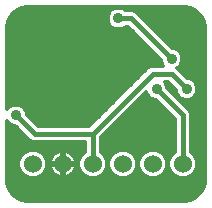
<source format=gbl>
G75*
G70*
%OFA0B0*%
%FSLAX24Y24*%
%IPPOS*%
%LPD*%
%AMOC8*
5,1,8,0,0,1.08239X$1,22.5*
%
%ADD10C,0.0600*%
%ADD11C,0.0357*%
%ADD12C,0.0180*%
%ADD13C,0.0120*%
D10*
X001410Y001785D03*
X002410Y001785D03*
X003410Y001785D03*
X004410Y001785D03*
X005410Y001785D03*
X006410Y001785D03*
D11*
X006535Y004285D03*
X005535Y004285D03*
X006035Y005285D03*
X004264Y006639D03*
X000848Y003410D03*
D12*
X001473Y002785D01*
X003410Y002785D01*
X005410Y004785D01*
X006035Y004785D01*
X006535Y004285D01*
X006410Y003410D02*
X006410Y001785D01*
X006410Y003410D02*
X005535Y004285D01*
X006035Y005285D02*
X004681Y006639D01*
X004264Y006639D01*
X003410Y002785D02*
X003410Y001785D01*
D13*
X000762Y000762D02*
X000626Y000949D01*
X000554Y001169D01*
X000545Y001285D01*
X000545Y003205D01*
X000644Y003106D01*
X000776Y003051D01*
X000824Y003051D01*
X001320Y002556D01*
X001419Y002515D01*
X003140Y002515D01*
X003140Y002193D01*
X003138Y002192D01*
X003003Y002057D01*
X002930Y001880D01*
X002930Y001690D01*
X003003Y001513D01*
X003138Y001378D01*
X003315Y001305D01*
X003505Y001305D01*
X003682Y001378D01*
X003817Y001513D01*
X003890Y001690D01*
X003890Y001880D01*
X003817Y002057D01*
X003682Y002192D01*
X003680Y002193D01*
X003680Y002673D01*
X005189Y004182D01*
X005231Y004082D01*
X005332Y003981D01*
X005464Y003926D01*
X005512Y003926D01*
X006140Y003298D01*
X006140Y002193D01*
X006138Y002192D01*
X006003Y002057D01*
X005930Y001880D01*
X005930Y001690D01*
X006003Y001513D01*
X006138Y001378D01*
X006315Y001305D01*
X006505Y001305D01*
X006682Y001378D01*
X006817Y001513D01*
X006890Y001690D01*
X006890Y001880D01*
X006817Y002057D01*
X006682Y002192D01*
X006680Y002193D01*
X006680Y003464D01*
X006639Y003563D01*
X006563Y003639D01*
X005894Y004308D01*
X005894Y004356D01*
X005839Y004488D01*
X005812Y004515D01*
X005923Y004515D01*
X006176Y004262D01*
X006176Y004214D01*
X006231Y004082D01*
X006332Y003981D01*
X006464Y003926D01*
X006606Y003926D01*
X006738Y003981D01*
X006839Y004082D01*
X006894Y004214D01*
X006894Y004356D01*
X006839Y004488D01*
X006738Y004589D01*
X006606Y004644D01*
X006558Y004644D01*
X006226Y004976D01*
X006238Y004981D01*
X006339Y005082D01*
X006394Y005214D01*
X006394Y005356D01*
X006339Y005488D01*
X006238Y005589D01*
X006106Y005644D01*
X006058Y005644D01*
X004834Y006868D01*
X004734Y006909D01*
X004502Y006909D01*
X004468Y006943D01*
X004336Y006998D01*
X004193Y006998D01*
X004061Y006943D01*
X003960Y006843D01*
X003906Y006711D01*
X003906Y006568D01*
X003960Y006436D01*
X004061Y006335D01*
X004193Y006281D01*
X004336Y006281D01*
X004468Y006335D01*
X004502Y006369D01*
X004569Y006369D01*
X005676Y005262D01*
X005676Y005214D01*
X005731Y005082D01*
X005758Y005055D01*
X005356Y005055D01*
X005257Y005014D01*
X005181Y004938D01*
X003298Y003055D01*
X001584Y003055D01*
X001206Y003433D01*
X001206Y003481D01*
X001152Y003613D01*
X001051Y003714D01*
X000919Y003769D01*
X000776Y003769D01*
X000644Y003714D01*
X000545Y003615D01*
X000545Y006285D01*
X000554Y006401D01*
X000626Y006621D01*
X000762Y006808D01*
X000949Y006944D01*
X001169Y007016D01*
X001285Y007025D01*
X006410Y007025D01*
X006526Y007016D01*
X006746Y006944D01*
X006933Y006808D01*
X007069Y006621D01*
X007141Y006401D01*
X007150Y006285D01*
X007150Y001285D01*
X007141Y001169D01*
X007069Y000949D01*
X006933Y000762D01*
X006746Y000626D01*
X006526Y000554D01*
X006410Y000545D01*
X001285Y000545D01*
X001169Y000554D01*
X000949Y000626D01*
X000762Y000762D01*
X000774Y000753D02*
X006921Y000753D01*
X007013Y000871D02*
X000682Y000871D01*
X000613Y000990D02*
X007082Y000990D01*
X007121Y001108D02*
X000574Y001108D01*
X000550Y001227D02*
X007145Y001227D01*
X007150Y001345D02*
X006602Y001345D01*
X006767Y001464D02*
X007150Y001464D01*
X007150Y001582D02*
X006845Y001582D01*
X006890Y001701D02*
X007150Y001701D01*
X007150Y001819D02*
X006890Y001819D01*
X006866Y001938D02*
X007150Y001938D01*
X007150Y002056D02*
X006817Y002056D01*
X006699Y002175D02*
X007150Y002175D01*
X007150Y002293D02*
X006680Y002293D01*
X006680Y002412D02*
X007150Y002412D01*
X007150Y002530D02*
X006680Y002530D01*
X006680Y002649D02*
X007150Y002649D01*
X007150Y002767D02*
X006680Y002767D01*
X006680Y002886D02*
X007150Y002886D01*
X007150Y003004D02*
X006680Y003004D01*
X006680Y003123D02*
X007150Y003123D01*
X007150Y003241D02*
X006680Y003241D01*
X006680Y003360D02*
X007150Y003360D01*
X007150Y003478D02*
X006674Y003478D01*
X006605Y003597D02*
X007150Y003597D01*
X007150Y003715D02*
X006487Y003715D01*
X006368Y003834D02*
X007150Y003834D01*
X007150Y003952D02*
X006669Y003952D01*
X006828Y004071D02*
X007150Y004071D01*
X007150Y004189D02*
X006884Y004189D01*
X006894Y004308D02*
X007150Y004308D01*
X007150Y004426D02*
X006865Y004426D01*
X006783Y004545D02*
X007150Y004545D01*
X007150Y004663D02*
X006539Y004663D01*
X006420Y004782D02*
X007150Y004782D01*
X007150Y004900D02*
X006302Y004900D01*
X006276Y005019D02*
X007150Y005019D01*
X007150Y005137D02*
X006362Y005137D01*
X006394Y005256D02*
X007150Y005256D01*
X007150Y005374D02*
X006386Y005374D01*
X006335Y005493D02*
X007150Y005493D01*
X007150Y005611D02*
X006185Y005611D01*
X005972Y005730D02*
X007150Y005730D01*
X007150Y005848D02*
X005854Y005848D01*
X005735Y005967D02*
X007150Y005967D01*
X007150Y006085D02*
X005617Y006085D01*
X005498Y006204D02*
X007150Y006204D01*
X007147Y006322D02*
X005380Y006322D01*
X005261Y006441D02*
X007128Y006441D01*
X007089Y006559D02*
X005143Y006559D01*
X005024Y006678D02*
X007028Y006678D01*
X006942Y006796D02*
X004906Y006796D01*
X004496Y006915D02*
X006787Y006915D01*
X005446Y005493D02*
X000545Y005493D01*
X000545Y005611D02*
X005327Y005611D01*
X005209Y005730D02*
X000545Y005730D01*
X000545Y005848D02*
X005090Y005848D01*
X004972Y005967D02*
X000545Y005967D01*
X000545Y006085D02*
X004853Y006085D01*
X004735Y006204D02*
X000545Y006204D01*
X000548Y006322D02*
X004093Y006322D01*
X003958Y006441D02*
X000567Y006441D01*
X000606Y006559D02*
X003909Y006559D01*
X003906Y006678D02*
X000667Y006678D01*
X000753Y006796D02*
X003941Y006796D01*
X004032Y006915D02*
X000908Y006915D01*
X000545Y005374D02*
X005564Y005374D01*
X005676Y005256D02*
X000545Y005256D01*
X000545Y005137D02*
X005708Y005137D01*
X005268Y005019D02*
X000545Y005019D01*
X000545Y004900D02*
X005143Y004900D01*
X005025Y004782D02*
X000545Y004782D01*
X000545Y004663D02*
X004906Y004663D01*
X004788Y004545D02*
X000545Y004545D01*
X000545Y004426D02*
X004669Y004426D01*
X004551Y004308D02*
X000545Y004308D01*
X000545Y004189D02*
X004432Y004189D01*
X004314Y004071D02*
X000545Y004071D01*
X000545Y003952D02*
X004195Y003952D01*
X004077Y003834D02*
X000545Y003834D01*
X000545Y003715D02*
X000646Y003715D01*
X001049Y003715D02*
X003958Y003715D01*
X003840Y003597D02*
X001159Y003597D01*
X001206Y003478D02*
X003721Y003478D01*
X003603Y003360D02*
X001280Y003360D01*
X001398Y003241D02*
X003484Y003241D01*
X003366Y003123D02*
X001517Y003123D01*
X001109Y002767D02*
X000545Y002767D01*
X000545Y002649D02*
X001227Y002649D01*
X001383Y002530D02*
X000545Y002530D01*
X000545Y002412D02*
X003140Y002412D01*
X003140Y002293D02*
X000545Y002293D01*
X000545Y002175D02*
X001121Y002175D01*
X001138Y002192D02*
X001003Y002057D01*
X000930Y001880D01*
X000930Y001690D01*
X001003Y001513D01*
X001138Y001378D01*
X001315Y001305D01*
X001505Y001305D01*
X001682Y001378D01*
X001817Y001513D01*
X001890Y001690D01*
X001890Y001880D01*
X001817Y002057D01*
X001682Y002192D01*
X001505Y002265D01*
X001315Y002265D01*
X001138Y002192D01*
X001003Y002056D02*
X000545Y002056D01*
X000545Y001938D02*
X000954Y001938D01*
X000930Y001819D02*
X000545Y001819D01*
X000545Y001701D02*
X000930Y001701D01*
X000975Y001582D02*
X000545Y001582D01*
X000545Y001464D02*
X001053Y001464D01*
X001218Y001345D02*
X000545Y001345D01*
X000938Y000634D02*
X006757Y000634D01*
X006218Y001345D02*
X005602Y001345D01*
X005682Y001378D02*
X005817Y001513D01*
X005890Y001690D01*
X005890Y001880D01*
X005817Y002057D01*
X005682Y002192D01*
X005505Y002265D01*
X005315Y002265D01*
X005138Y002192D01*
X005003Y002057D01*
X004930Y001880D01*
X004930Y001690D01*
X005003Y001513D01*
X005138Y001378D01*
X005315Y001305D01*
X005505Y001305D01*
X005682Y001378D01*
X005767Y001464D02*
X006053Y001464D01*
X005975Y001582D02*
X005845Y001582D01*
X005890Y001701D02*
X005930Y001701D01*
X005930Y001819D02*
X005890Y001819D01*
X005866Y001938D02*
X005954Y001938D01*
X006003Y002056D02*
X005817Y002056D01*
X005699Y002175D02*
X006121Y002175D01*
X006140Y002293D02*
X003680Y002293D01*
X003680Y002412D02*
X006140Y002412D01*
X006140Y002530D02*
X003680Y002530D01*
X003680Y002649D02*
X006140Y002649D01*
X006140Y002767D02*
X003774Y002767D01*
X003892Y002886D02*
X006140Y002886D01*
X006140Y003004D02*
X004011Y003004D01*
X004129Y003123D02*
X006140Y003123D01*
X006140Y003241D02*
X004248Y003241D01*
X004366Y003360D02*
X006079Y003360D01*
X005960Y003478D02*
X004485Y003478D01*
X004603Y003597D02*
X005842Y003597D01*
X005723Y003715D02*
X004722Y003715D01*
X004840Y003834D02*
X005605Y003834D01*
X005401Y003952D02*
X004959Y003952D01*
X005077Y004071D02*
X005242Y004071D01*
X005894Y004308D02*
X006131Y004308D01*
X006186Y004189D02*
X006013Y004189D01*
X006131Y004071D02*
X006242Y004071D01*
X006250Y003952D02*
X006401Y003952D01*
X006012Y004426D02*
X005865Y004426D01*
X004616Y006322D02*
X004436Y006322D01*
X000990Y002886D02*
X000545Y002886D01*
X000545Y003004D02*
X000872Y003004D01*
X000628Y003123D02*
X000545Y003123D01*
X001699Y002175D02*
X002205Y002175D01*
X002179Y002161D02*
X002123Y002121D01*
X002074Y002072D01*
X002034Y002016D01*
X002002Y001954D01*
X001981Y001888D01*
X001971Y001825D01*
X002370Y001825D01*
X002370Y002224D01*
X002307Y002214D01*
X002241Y002193D01*
X002179Y002161D01*
X002063Y002056D02*
X001817Y002056D01*
X001866Y001938D02*
X001997Y001938D01*
X001890Y001819D02*
X002370Y001819D01*
X002370Y001825D02*
X002370Y001745D01*
X001971Y001745D01*
X001981Y001682D01*
X002002Y001616D01*
X002034Y001554D01*
X002074Y001498D01*
X002123Y001449D01*
X002179Y001409D01*
X002241Y001377D01*
X002307Y001356D01*
X002370Y001346D01*
X002370Y001745D01*
X002450Y001745D01*
X002450Y001825D01*
X002370Y001825D01*
X002450Y001825D02*
X002450Y002224D01*
X002513Y002214D01*
X002579Y002193D01*
X002641Y002161D01*
X002697Y002121D01*
X002746Y002072D01*
X002786Y002016D01*
X002818Y001954D01*
X002839Y001888D01*
X002849Y001825D01*
X002450Y001825D01*
X002450Y001819D02*
X002930Y001819D01*
X002849Y001745D02*
X002450Y001745D01*
X002450Y001346D01*
X002513Y001356D01*
X002579Y001377D01*
X002641Y001409D01*
X002697Y001449D01*
X002746Y001498D01*
X002786Y001554D01*
X002818Y001616D01*
X002839Y001682D01*
X002849Y001745D01*
X002842Y001701D02*
X002930Y001701D01*
X002975Y001582D02*
X002800Y001582D01*
X002711Y001464D02*
X003053Y001464D01*
X003218Y001345D02*
X001602Y001345D01*
X001767Y001464D02*
X002109Y001464D01*
X002020Y001582D02*
X001845Y001582D01*
X001890Y001701D02*
X001978Y001701D01*
X002370Y001701D02*
X002450Y001701D01*
X002450Y001582D02*
X002370Y001582D01*
X002370Y001464D02*
X002450Y001464D01*
X002450Y001938D02*
X002370Y001938D01*
X002370Y002056D02*
X002450Y002056D01*
X002450Y002175D02*
X002370Y002175D01*
X002615Y002175D02*
X003121Y002175D01*
X003003Y002056D02*
X002757Y002056D01*
X002823Y001938D02*
X002954Y001938D01*
X003602Y001345D02*
X004218Y001345D01*
X004138Y001378D02*
X004315Y001305D01*
X004505Y001305D01*
X004682Y001378D01*
X004817Y001513D01*
X004890Y001690D01*
X004890Y001880D01*
X004817Y002057D01*
X004682Y002192D01*
X004505Y002265D01*
X004315Y002265D01*
X004138Y002192D01*
X004003Y002057D01*
X003930Y001880D01*
X003930Y001690D01*
X004003Y001513D01*
X004138Y001378D01*
X004053Y001464D02*
X003767Y001464D01*
X003845Y001582D02*
X003975Y001582D01*
X003930Y001701D02*
X003890Y001701D01*
X003890Y001819D02*
X003930Y001819D01*
X003954Y001938D02*
X003866Y001938D01*
X003817Y002056D02*
X004003Y002056D01*
X004121Y002175D02*
X003699Y002175D01*
X004602Y001345D02*
X005218Y001345D01*
X005053Y001464D02*
X004767Y001464D01*
X004845Y001582D02*
X004975Y001582D01*
X004930Y001701D02*
X004890Y001701D01*
X004890Y001819D02*
X004930Y001819D01*
X004954Y001938D02*
X004866Y001938D01*
X004817Y002056D02*
X005003Y002056D01*
X005121Y002175D02*
X004699Y002175D01*
M02*

</source>
